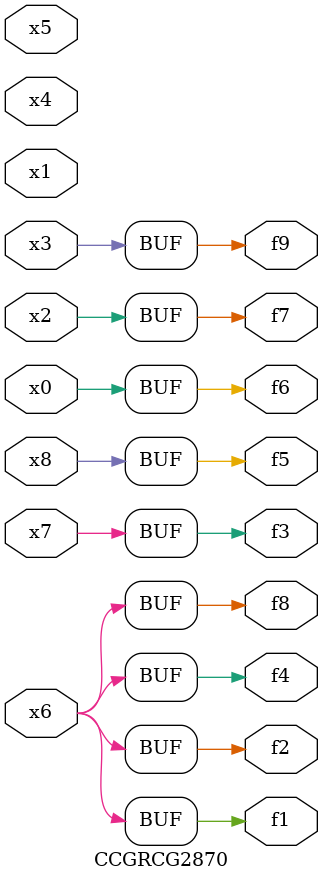
<source format=v>
module CCGRCG2870(
	input x0, x1, x2, x3, x4, x5, x6, x7, x8,
	output f1, f2, f3, f4, f5, f6, f7, f8, f9
);
	assign f1 = x6;
	assign f2 = x6;
	assign f3 = x7;
	assign f4 = x6;
	assign f5 = x8;
	assign f6 = x0;
	assign f7 = x2;
	assign f8 = x6;
	assign f9 = x3;
endmodule

</source>
